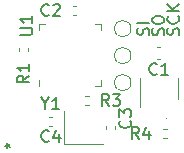
<source format=gbr>
%TF.GenerationSoftware,KiCad,Pcbnew,(5.1.8)-1*%
%TF.CreationDate,2021-10-29T19:36:58+09:00*%
%TF.ProjectId,ykts-mcu-node,796b7473-2d6d-4637-952d-6e6f64652e6b,rev?*%
%TF.SameCoordinates,PX6258c20PY49658d0*%
%TF.FileFunction,Legend,Top*%
%TF.FilePolarity,Positive*%
%FSLAX46Y46*%
G04 Gerber Fmt 4.6, Leading zero omitted, Abs format (unit mm)*
G04 Created by KiCad (PCBNEW (5.1.8)-1) date 2021-10-29 19:36:58*
%MOMM*%
%LPD*%
G01*
G04 APERTURE LIST*
%ADD10C,0.150000*%
%ADD11C,0.120000*%
%ADD12C,0.100000*%
G04 APERTURE END LIST*
D10*
X468380Y-12700000D02*
X706476Y-12700000D01*
X611238Y-12938095D02*
X706476Y-12700000D01*
X611238Y-12461904D01*
X896952Y-12842857D02*
X706476Y-12700000D01*
X896952Y-12557142D01*
X15136761Y-3317714D02*
X15184380Y-3174857D01*
X15184380Y-2936761D01*
X15136761Y-2841523D01*
X15089142Y-2793904D01*
X14993904Y-2746285D01*
X14898666Y-2746285D01*
X14803428Y-2793904D01*
X14755809Y-2841523D01*
X14708190Y-2936761D01*
X14660571Y-3127238D01*
X14612952Y-3222476D01*
X14565333Y-3270095D01*
X14470095Y-3317714D01*
X14374857Y-3317714D01*
X14279619Y-3270095D01*
X14232000Y-3222476D01*
X14184380Y-3127238D01*
X14184380Y-2889142D01*
X14232000Y-2746285D01*
X15089142Y-1746285D02*
X15136761Y-1793904D01*
X15184380Y-1936761D01*
X15184380Y-2032000D01*
X15136761Y-2174857D01*
X15041523Y-2270095D01*
X14946285Y-2317714D01*
X14755809Y-2365333D01*
X14612952Y-2365333D01*
X14422476Y-2317714D01*
X14327238Y-2270095D01*
X14232000Y-2174857D01*
X14184380Y-2032000D01*
X14184380Y-1936761D01*
X14232000Y-1793904D01*
X14279619Y-1746285D01*
X15184380Y-1317714D02*
X14184380Y-1317714D01*
X15184380Y-746285D02*
X14612952Y-1174857D01*
X14184380Y-746285D02*
X14755809Y-1317714D01*
X13866761Y-3349523D02*
X13914380Y-3206666D01*
X13914380Y-2968571D01*
X13866761Y-2873333D01*
X13819142Y-2825714D01*
X13723904Y-2778095D01*
X13628666Y-2778095D01*
X13533428Y-2825714D01*
X13485809Y-2873333D01*
X13438190Y-2968571D01*
X13390571Y-3159047D01*
X13342952Y-3254285D01*
X13295333Y-3301904D01*
X13200095Y-3349523D01*
X13104857Y-3349523D01*
X13009619Y-3301904D01*
X12962000Y-3254285D01*
X12914380Y-3159047D01*
X12914380Y-2920952D01*
X12962000Y-2778095D01*
X12914380Y-2159047D02*
X12914380Y-1968571D01*
X12962000Y-1873333D01*
X13057238Y-1778095D01*
X13247714Y-1730476D01*
X13581047Y-1730476D01*
X13771523Y-1778095D01*
X13866761Y-1873333D01*
X13914380Y-1968571D01*
X13914380Y-2159047D01*
X13866761Y-2254285D01*
X13771523Y-2349523D01*
X13581047Y-2397142D01*
X13247714Y-2397142D01*
X13057238Y-2349523D01*
X12962000Y-2254285D01*
X12914380Y-2159047D01*
X12596761Y-3317809D02*
X12644380Y-3174952D01*
X12644380Y-2936857D01*
X12596761Y-2841619D01*
X12549142Y-2794000D01*
X12453904Y-2746380D01*
X12358666Y-2746380D01*
X12263428Y-2794000D01*
X12215809Y-2841619D01*
X12168190Y-2936857D01*
X12120571Y-3127333D01*
X12072952Y-3222571D01*
X12025333Y-3270190D01*
X11930095Y-3317809D01*
X11834857Y-3317809D01*
X11739619Y-3270190D01*
X11692000Y-3222571D01*
X11644380Y-3127333D01*
X11644380Y-2889238D01*
X11692000Y-2746380D01*
X12644380Y-2317809D02*
X11644380Y-2317809D01*
D11*
%TO.C,SW1*%
X15072000Y-8774000D02*
X15072000Y-6974000D01*
X11852000Y-6974000D02*
X11852000Y-9424000D01*
%TO.C,Y1*%
X5462000Y-9776000D02*
X5462000Y-12576000D01*
X5462000Y-12576000D02*
X8762000Y-12576000D01*
%TO.C,U1*%
X3336000Y-2885000D02*
X3336000Y-2410000D01*
X3336000Y-2410000D02*
X3811000Y-2410000D01*
X8556000Y-7155000D02*
X8556000Y-7630000D01*
X8556000Y-7630000D02*
X8081000Y-7630000D01*
X8556000Y-2885000D02*
X8556000Y-2410000D01*
X8556000Y-2410000D02*
X8081000Y-2410000D01*
X3336000Y-7155000D02*
X3336000Y-7630000D01*
%TO.C,TP3*%
X11114000Y-2794000D02*
G75*
G03*
X11114000Y-2794000I-700000J0D01*
G01*
%TO.C,TP2*%
X11114000Y-7366000D02*
G75*
G03*
X11114000Y-7366000I-700000J0D01*
G01*
%TO.C,TP1*%
X11114000Y-5080000D02*
G75*
G03*
X11114000Y-5080000I-700000J0D01*
G01*
%TO.C,R4*%
X14123641Y-12064000D02*
X13816359Y-12064000D01*
X14123641Y-11304000D02*
X13816359Y-11304000D01*
%TO.C,R3*%
X7212359Y-8510000D02*
X7519641Y-8510000D01*
X7212359Y-9270000D02*
X7519641Y-9270000D01*
%TO.C,R1*%
X1652000Y-4725641D02*
X1652000Y-4418359D01*
X2412000Y-4725641D02*
X2412000Y-4418359D01*
D12*
%TO.C,D1*%
X14094000Y-10414000D02*
G75*
G03*
X14094000Y-10414000I-50000J0D01*
G01*
D11*
%TO.C,C4*%
X4425836Y-11028000D02*
X4210164Y-11028000D01*
X4425836Y-10308000D02*
X4210164Y-10308000D01*
%TO.C,C3*%
X9758000Y-11068164D02*
X9758000Y-11283836D01*
X9038000Y-11068164D02*
X9038000Y-11283836D01*
%TO.C,C2*%
X6457836Y-1630000D02*
X6242164Y-1630000D01*
X6457836Y-910000D02*
X6242164Y-910000D01*
%TO.C,C1*%
X13602580Y-5336000D02*
X13321420Y-5336000D01*
X13602580Y-4316000D02*
X13321420Y-4316000D01*
%TO.C,Y1*%
D10*
X3841809Y-9120190D02*
X3841809Y-9596380D01*
X3508476Y-8596380D02*
X3841809Y-9120190D01*
X4175142Y-8596380D01*
X5032285Y-9596380D02*
X4460857Y-9596380D01*
X4746571Y-9596380D02*
X4746571Y-8596380D01*
X4651333Y-8739238D01*
X4556095Y-8834476D01*
X4460857Y-8882095D01*
%TO.C,U1*%
X1738380Y-3301904D02*
X2547904Y-3301904D01*
X2643142Y-3254285D01*
X2690761Y-3206666D01*
X2738380Y-3111428D01*
X2738380Y-2920952D01*
X2690761Y-2825714D01*
X2643142Y-2778095D01*
X2547904Y-2730476D01*
X1738380Y-2730476D01*
X2738380Y-1730476D02*
X2738380Y-2301904D01*
X2738380Y-2016190D02*
X1738380Y-2016190D01*
X1881238Y-2111428D01*
X1976476Y-2206666D01*
X2024095Y-2301904D01*
%TO.C,R4*%
X11771333Y-12136380D02*
X11438000Y-11660190D01*
X11199904Y-12136380D02*
X11199904Y-11136380D01*
X11580857Y-11136380D01*
X11676095Y-11184000D01*
X11723714Y-11231619D01*
X11771333Y-11326857D01*
X11771333Y-11469714D01*
X11723714Y-11564952D01*
X11676095Y-11612571D01*
X11580857Y-11660190D01*
X11199904Y-11660190D01*
X12628476Y-11469714D02*
X12628476Y-12136380D01*
X12390380Y-11088761D02*
X12152285Y-11803047D01*
X12771333Y-11803047D01*
%TO.C,R3*%
X9231333Y-9342380D02*
X8898000Y-8866190D01*
X8659904Y-9342380D02*
X8659904Y-8342380D01*
X9040857Y-8342380D01*
X9136095Y-8390000D01*
X9183714Y-8437619D01*
X9231333Y-8532857D01*
X9231333Y-8675714D01*
X9183714Y-8770952D01*
X9136095Y-8818571D01*
X9040857Y-8866190D01*
X8659904Y-8866190D01*
X9564666Y-8342380D02*
X10183714Y-8342380D01*
X9850380Y-8723333D01*
X9993238Y-8723333D01*
X10088476Y-8770952D01*
X10136095Y-8818571D01*
X10183714Y-8913809D01*
X10183714Y-9151904D01*
X10136095Y-9247142D01*
X10088476Y-9294761D01*
X9993238Y-9342380D01*
X9707523Y-9342380D01*
X9612285Y-9294761D01*
X9564666Y-9247142D01*
%TO.C,R1*%
X2484380Y-6770666D02*
X2008190Y-7104000D01*
X2484380Y-7342095D02*
X1484380Y-7342095D01*
X1484380Y-6961142D01*
X1532000Y-6865904D01*
X1579619Y-6818285D01*
X1674857Y-6770666D01*
X1817714Y-6770666D01*
X1912952Y-6818285D01*
X1960571Y-6865904D01*
X2008190Y-6961142D01*
X2008190Y-7342095D01*
X2484380Y-5818285D02*
X2484380Y-6389714D01*
X2484380Y-6104000D02*
X1484380Y-6104000D01*
X1627238Y-6199238D01*
X1722476Y-6294476D01*
X1770095Y-6389714D01*
%TO.C,C4*%
X4151333Y-12295142D02*
X4103714Y-12342761D01*
X3960857Y-12390380D01*
X3865619Y-12390380D01*
X3722761Y-12342761D01*
X3627523Y-12247523D01*
X3579904Y-12152285D01*
X3532285Y-11961809D01*
X3532285Y-11818952D01*
X3579904Y-11628476D01*
X3627523Y-11533238D01*
X3722761Y-11438000D01*
X3865619Y-11390380D01*
X3960857Y-11390380D01*
X4103714Y-11438000D01*
X4151333Y-11485619D01*
X5008476Y-11723714D02*
X5008476Y-12390380D01*
X4770380Y-11342761D02*
X4532285Y-12057047D01*
X5151333Y-12057047D01*
%TO.C,C3*%
X11025142Y-10580666D02*
X11072761Y-10628285D01*
X11120380Y-10771142D01*
X11120380Y-10866380D01*
X11072761Y-11009238D01*
X10977523Y-11104476D01*
X10882285Y-11152095D01*
X10691809Y-11199714D01*
X10548952Y-11199714D01*
X10358476Y-11152095D01*
X10263238Y-11104476D01*
X10168000Y-11009238D01*
X10120380Y-10866380D01*
X10120380Y-10771142D01*
X10168000Y-10628285D01*
X10215619Y-10580666D01*
X10120380Y-10247333D02*
X10120380Y-9628285D01*
X10501333Y-9961619D01*
X10501333Y-9818761D01*
X10548952Y-9723523D01*
X10596571Y-9675904D01*
X10691809Y-9628285D01*
X10929904Y-9628285D01*
X11025142Y-9675904D01*
X11072761Y-9723523D01*
X11120380Y-9818761D01*
X11120380Y-10104476D01*
X11072761Y-10199714D01*
X11025142Y-10247333D01*
%TO.C,C2*%
X4151333Y-1627142D02*
X4103714Y-1674761D01*
X3960857Y-1722380D01*
X3865619Y-1722380D01*
X3722761Y-1674761D01*
X3627523Y-1579523D01*
X3579904Y-1484285D01*
X3532285Y-1293809D01*
X3532285Y-1150952D01*
X3579904Y-960476D01*
X3627523Y-865238D01*
X3722761Y-770000D01*
X3865619Y-722380D01*
X3960857Y-722380D01*
X4103714Y-770000D01*
X4151333Y-817619D01*
X4532285Y-817619D02*
X4579904Y-770000D01*
X4675142Y-722380D01*
X4913238Y-722380D01*
X5008476Y-770000D01*
X5056095Y-817619D01*
X5103714Y-912857D01*
X5103714Y-1008095D01*
X5056095Y-1150952D01*
X4484666Y-1722380D01*
X5103714Y-1722380D01*
%TO.C,C1*%
X13295333Y-6613142D02*
X13247714Y-6660761D01*
X13104857Y-6708380D01*
X13009619Y-6708380D01*
X12866761Y-6660761D01*
X12771523Y-6565523D01*
X12723904Y-6470285D01*
X12676285Y-6279809D01*
X12676285Y-6136952D01*
X12723904Y-5946476D01*
X12771523Y-5851238D01*
X12866761Y-5756000D01*
X13009619Y-5708380D01*
X13104857Y-5708380D01*
X13247714Y-5756000D01*
X13295333Y-5803619D01*
X14247714Y-6708380D02*
X13676285Y-6708380D01*
X13962000Y-6708380D02*
X13962000Y-5708380D01*
X13866761Y-5851238D01*
X13771523Y-5946476D01*
X13676285Y-5994095D01*
%TD*%
M02*

</source>
